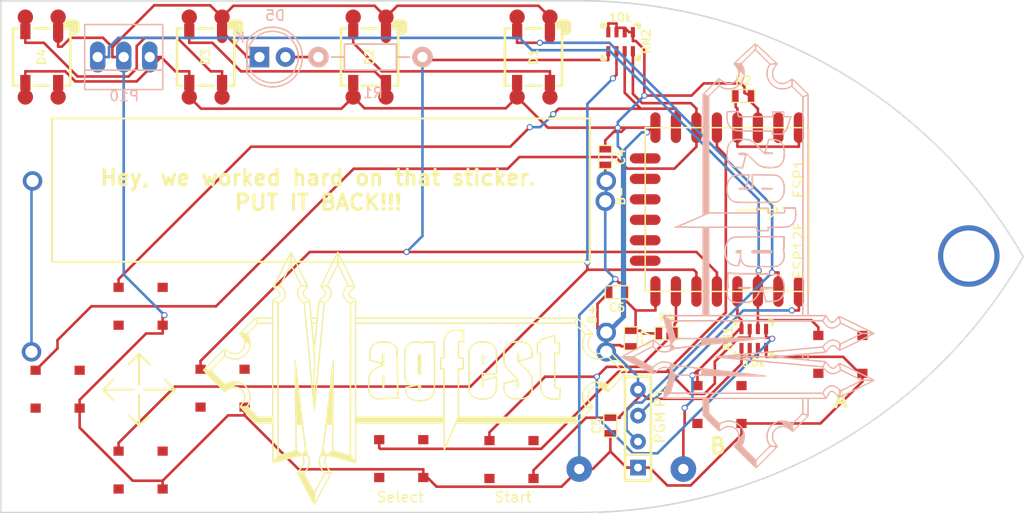
<source format=kicad_pcb>
(kicad_pcb (version 20171130) (host pcbnew "(5.1.12)-1")
  (layers (0 F.Cu signal) (31 B.Cu signal) (34 B.Paste user hide) (35 F.Paste user hide) (36 B.SilkS user) (37 F.SilkS user) (38 B.Mask user hide) (39 F.Mask user hide) (44 Edge.Cuts user))
  (net 0 "")
  (net 1 GND)
  (net 2 +3V3)
  (net 3 "Net-(D1-Pad2)")
  (net 4 URX)
  (net 5 "Net-(D2-Pad2)")
  (net 6 "Net-(D3-Pad2)")
  (net 7 "Net-(D4-Pad2)")
  (net 8 UTX)
  (net 9 RESET)
  (net 10 GP5)
  (net 11 GP4)
  (net 12 GP0)
  (net 13 GP2)
  (net 14 GP13)
  (net 15 GP12)
  (net 16 GP14)
  (net 17 GP15)
  (net 18 V15)
  (net 19 TOUT)
  (net 20 "Net-(ESP1-Pad9)")
  (net 21 "Net-(ESP1-Pad10)")
  (net 22 "Net-(ESP1-Pad11)")
  (net 23 "Net-(ESP1-Pad12)")
  (net 24 "Net-(ESP1-Pad13)")
  (net 25 "Net-(ESP1-Pad14)")
  (net 26 "Net-(P6-Pad1)")
  (net 27 "Net-(SW1-Pad2)")
  (net 28 "Net-(SW1-Pad3)")
  (net 29 "Net-(SW2-Pad2)")
  (net 30 "Net-(SW2-Pad3)")
  (net 31 "Net-(SW3-Pad2)")
  (net 32 "Net-(SW3-Pad3)")
  (net 33 "Net-(SW4-Pad2)")
  (net 34 "Net-(SW4-Pad3)")
  (net 35 "Net-(SW5-Pad2)")
  (net 36 "Net-(SW5-Pad3)")
  (net 37 "Net-(SW6-Pad2)")
  (net 38 "Net-(SW6-Pad3)")
  (net 39 "Net-(SW7-Pad2)")
  (net 40 "Net-(SW7-Pad3)")
  (net 41 "Net-(SW8-Pad2)")
  (net 42 "Net-(SW8-Pad3)")
  (net 43 "Net-(D5-Pad2)")
  (module ESP12E (layer F.Cu) (at 174.9 61.9 270)
    (fp_text reference ESP1 (at -3 -3 270) (layer F.SilkS))
    (fp_text value ESP12E (at 4 -3 270) (layer F.SilkS))
    (pad 1 smd oval (at -8 -3 270) (size 3 1) (layers F.Cu F.Paste F.Mask) (net 9 RESET))
    (pad 2 smd oval (at -8 -1 270) (size 3 1) (layers F.Cu F.Paste F.Mask) (net 19 TOUT))
    (pad 3 smd oval (at -8 1 270) (size 3 1) (layers F.Cu F.Paste F.Mask) (net 2 +3V3))
    (pad 4 smd oval (at -8 3 270) (size 3 1) (layers F.Cu F.Paste F.Mask) (net 9 RESET))
    (pad 5 smd oval (at -8 5 270) (size 3 1) (layers F.Cu F.Paste F.Mask) (net 16 GP14))
    (pad 6 smd oval (at -8 7 270) (size 3 1) (layers F.Cu F.Paste F.Mask) (net 15 GP12))
    (pad 7 smd oval (at -8 9 270) (size 3 1) (layers F.Cu F.Paste F.Mask) (net 14 GP13))
    (pad 8 smd oval (at -8 11 270) (size 3 1) (layers F.Cu F.Paste F.Mask) (net 2 +3V3))
    (pad 9 smd oval (at -5 12) (size 3 1) (layers F.Cu F.Paste F.Mask) (net 20 "Net-(ESP1-Pad9)"))
    (pad 10 smd oval (at -3 12) (size 3 1) (layers F.Cu F.Paste F.Mask) (net 21 "Net-(ESP1-Pad10)"))
    (pad 11 smd oval (at -1 12) (size 3 1) (layers F.Cu F.Paste F.Mask) (net 22 "Net-(ESP1-Pad11)"))
    (pad 12 smd oval (at 1 12) (size 3 1) (layers F.Cu F.Paste F.Mask) (net 23 "Net-(ESP1-Pad12)"))
    (pad 13 smd oval (at 3 12) (size 3 1) (layers F.Cu F.Paste F.Mask) (net 24 "Net-(ESP1-Pad13)"))
    (pad 14 smd oval (at 5 12) (size 3 1) (layers F.Cu F.Paste F.Mask) (net 25 "Net-(ESP1-Pad14)"))
    (pad 15 smd oval (at 8 11 90) (size 3 1) (layers F.Cu F.Paste F.Mask) (net 1 GND))
    (pad 16 smd oval (at 8 9 90) (size 3 1) (layers F.Cu F.Paste F.Mask) (net 17 GP15))
    (pad 17 smd oval (at 8 7 90) (size 3 1) (layers F.Cu F.Paste F.Mask) (net 13 GP2))
    (pad 18 smd oval (at 8 5 90) (size 3 1) (layers F.Cu F.Paste F.Mask) (net 12 GP0))
    (pad 19 smd oval (at 8 3 90) (size 3 1) (layers F.Cu F.Paste F.Mask) (net 11 GP4))
    (pad 20 smd oval (at 8 1 90) (size 3 1) (layers F.Cu F.Paste F.Mask) (net 10 GP5))
    (pad 21 smd oval (at 8 -1 90) (size 3 1) (layers F.Cu F.Paste F.Mask) (net 4 URX))
    (pad 22 smd oval (at 8 -3 90) (size 3 1) (layers F.Cu F.Paste F.Mask) (net 8 UTX))
  )
  (module WS2812BQ (layer F.Cu) (at 152 47 90)
    (fp_text reference D1 (at 0 0 90) (layer F.SilkS) (effects (font (size 0.8128 0.8128) (thickness 0.1651))))
    (fp_text value WS2812B hide)
    (pad 1 smd rect (at -2.49936 -1.6 90) (size 1.50114 1.00076) (layers F.Cu F.Paste F.Mask) (net 2 +3V3))
    (pad 2 smd rect (at -2.49936 1.6 90) (size 1.50114 1.00076) (layers F.Cu F.Paste F.Mask) (net 3 "Net-(D1-Pad2)"))
    (pad 3 smd oval (at 2.49936 1.6 90) (size 2.26314 1.00076) (layers F.Cu F.Paste F.Mask) (net 1 GND))
    (pad 4 smd rect (at 2.49936 -1.6 90) (size 1.50114 1.00076) (layers F.Cu F.Paste F.Mask) (net 4 URX))
    (pad 1 smd circle (at -3.9 -1.6 90) (size 1.5 1.5) (layers F.Cu F.Paste F.Mask) (net 2 +3V3))
    (pad 2 smd circle (at -3.9 1.6 90) (size 1.5 1.5) (layers F.Cu F.Paste F.Mask) (net 3 "Net-(D1-Pad2)"))
    (pad 3 smd circle (at 3.9 1.6 90) (size 1.5 1.5) (layers F.Cu F.Paste F.Mask) (net 1 GND))
    (pad 4 smd circle (at 3.9 -1.6 90) (size 1.5 1.5) (layers F.Cu F.Paste F.Mask) (net 4 URX))
  )
  (module SM0603 (layer F.Cu) (at 159.004 56.769 270)
    (fp_text reference C4 (at 0 -1.524 270) (layer F.SilkS) (effects (font (size 0.8128 0.8128) (thickness 0.1651))))
    (fp_text value 10u hide)
    (pad 1 smd rect (at -0.762 0 270) (size 0.635 1.143) (layers F.Cu F.Paste F.Mask) (net 2 +3V3))
    (pad 2 smd rect (at 0.762 0 270) (size 0.635 1.143) (layers F.Cu F.Paste F.Mask) (net 1 GND))
  )
  (module SM0603 (layer F.Cu) (at 159.5 83 270)
    (fp_text reference C5 (at 0.03 1.34 270) (layer F.SilkS) (effects (font (size 0.8128 0.8128) (thickness 0.1651))))
    (fp_text value 10u hide)
    (pad 1 smd rect (at -0.762 0 270) (size 0.635 1.143) (layers F.Cu F.Paste F.Mask) (net 2 +3V3))
    (pad 2 smd rect (at 0.762 0 270) (size 0.635 1.143) (layers F.Cu F.Paste F.Mask) (net 1 GND))
  )
  (module NETWORK1206 (layer F.Cu) (at 173.5 74.5 180)
    (fp_text reference RN1 (at 2.5 0 270) (layer F.SilkS) (effects (font (size 0.8128 0.8128) (thickness 0.1651))))
    (fp_text value 10k (at -0.033 -2.356 180) (layer F.SilkS) (effects (font (size 0.8128 0.8128) (thickness 0.1651))))
    (pad 1 smd rect (at -1.2 0.93 180) (size 0.4 1) (layers F.Cu F.Paste F.Mask) (net 17 GP15))
    (pad 2 smd rect (at -0.4 0.93 180) (size 0.4 1) (layers F.Cu F.Paste F.Mask) (net 10 GP5))
    (pad 3 smd rect (at 0.4 0.93 180) (size 0.4 1) (layers F.Cu F.Paste F.Mask) (net 16 GP14))
    (pad 4 smd rect (at 1.2 0.93 180) (size 0.4 1) (layers F.Cu F.Paste F.Mask) (net 11 GP4))
    (pad 5 smd rect (at 1.2 -0.93 180) (size 0.4 1) (layers F.Cu F.Paste F.Mask) (net 2 +3V3))
    (pad 6 smd rect (at 0.4 -0.93 180) (size 0.4 1) (layers F.Cu F.Paste F.Mask) (net 2 +3V3))
    (pad 7 smd rect (at -0.4 -0.93 180) (size 0.4 1) (layers F.Cu F.Paste F.Mask) (net 2 +3V3))
    (pad 8 smd rect (at -1.2 -0.93 180) (size 0.4 1) (layers F.Cu F.Paste F.Mask) (net 1 GND))
  )
  (module NETWORK1206 (layer F.Cu) (at 160.5 45.5)
    (fp_text reference RN2 (at 2.5 0 90) (layer F.SilkS) (effects (font (size 0.8128 0.8128) (thickness 0.1651))))
    (fp_text value 10k (at -0.033 -2.356) (layer F.SilkS) (effects (font (size 0.8128 0.8128) (thickness 0.1651))))
    (pad 1 smd rect (at -1.2 0.93) (size 0.4 1) (layers F.Cu F.Paste F.Mask) (net 12 GP0))
    (pad 2 smd rect (at -0.4 0.93) (size 0.4 1) (layers F.Cu F.Paste F.Mask) (net 13 GP2))
    (pad 3 smd rect (at 0.4 0.93) (size 0.4 1) (layers F.Cu F.Paste F.Mask) (net 14 GP13))
    (pad 4 smd rect (at 1.2 0.93) (size 0.4 1) (layers F.Cu F.Paste F.Mask) (net 15 GP12))
    (pad 5 smd rect (at 1.2 -0.93) (size 0.4 1) (layers F.Cu F.Paste F.Mask) (net 2 +3V3))
    (pad 6 smd rect (at 0.4 -0.93) (size 0.4 1) (layers F.Cu F.Paste F.Mask) (net 2 +3V3))
    (pad 7 smd rect (at -0.4 -0.93) (size 0.4 1) (layers F.Cu F.Paste F.Mask) (net 2 +3V3))
    (pad 8 smd rect (at -1.2 -0.93) (size 0.4 1) (layers F.Cu F.Paste F.Mask) (net 2 +3V3))
  )
  (module SM0603 (layer F.Cu) (at 172.466 50.8)
    (fp_text reference R2 (at 0 -1.5 180) (layer F.SilkS) (effects (font (size 0.8128 0.8128) (thickness 0.1651))))
    (fp_text value 12k hide)
    (pad 1 smd rect (at -0.762 0) (size 0.635 1.143) (layers F.Cu F.Paste F.Mask) (net 9 RESET))
    (pad 2 smd rect (at 0.762 0) (size 0.635 1.143) (layers F.Cu F.Paste F.Mask) (net 2 +3V3))
  )
  (module SM0603 (layer F.Cu) (at 160.147 69.977)
    (fp_text reference C6 (at 0 1.5 180) (layer F.SilkS) (effects (font (size 0.8128 0.8128) (thickness 0.1651))))
    (fp_text value .1u hide)
    (pad 1 smd rect (at -0.762 0) (size 0.635 1.143) (layers F.Cu F.Paste F.Mask) (net 2 +3V3))
    (pad 2 smd rect (at 0.762 0) (size 0.635 1.143) (layers F.Cu F.Paste F.Mask) (net 1 GND))
  )
  (module SM0603 (layer F.Cu) (at 161.5 74.5 90)
    (fp_text reference C7 (at 0 1.5 90) (layer F.SilkS) (effects (font (size 0.8128 0.8128) (thickness 0.1651))))
    (fp_text value .1u hide)
    (pad 1 smd rect (at -0.762 0 90) (size 0.635 1.143) (layers F.Cu F.Paste F.Mask) (net 2 +3V3))
    (pad 2 smd rect (at 0.762 0 90) (size 0.635 1.143) (layers F.Cu F.Paste F.Mask) (net 1 GND))
  )
  (module SM0603 (layer F.Cu) (at 165 74 180)
    (fp_text reference R4 (at 0 1.5 180) (layer F.SilkS) (effects (font (size 0.8128 0.8128) (thickness 0.1651))))
    (fp_text value 12k hide)
    (pad 1 smd rect (at -0.762 0 180) (size 0.635 1.143) (layers F.Cu F.Paste F.Mask) (net 17 GP15))
    (pad 2 smd rect (at 0.762 0 180) (size 0.635 1.143) (layers F.Cu F.Paste F.Mask) (net 1 GND))
  )
  (module SMTPIN (layer F.Cu) (at 159.1 74.9)
    (fp_text reference P3 hide)
    (fp_text value B+ (at -1.366 -2.764 90) (layer F.SilkS) (effects (font (size 0.8128 0.8128) (thickness 0.1651))))
    (pad 1 thru_hole circle (at 0 0.9) (size 1.9 1.9) (drill 1.2) (layers *.Cu *.Mask) (net 2 +3V3))
  )
  (module SMTPIN (layer F.Cu) (at 159.1 59.9)
    (fp_text reference P4 hide)
    (fp_text value B- (at 1.428 0.679 90) (layer F.SilkS) (effects (font (size 0.8128 0.8128) (thickness 0.1651))))
    (pad 1 thru_hole circle (at 0 -0.8) (size 1.9 1.9) (drill 1.2) (layers *.Cu *.Mask) (net 1 GND))
  )
  (module SMTPIN (layer F.Cu) (at 159.1 73.9)
    (fp_text reference P5 hide)
    (fp_text value B+ hide)
    (pad 1 thru_hole circle (at 0 0) (size 1.9 1.9) (drill 1.2) (layers *.Cu *.Mask) (net 2 +3V3))
  )
  (module SMTPIN (layer F.Cu) (at 194.49 66.44)
    (fp_text reference P6 (at 0 1.27) (layer F.SilkS) (effects (font (size 0.8128 0.8128) (thickness 0.1651))))
    (fp_text value HOLE_LANYARD)
    (pad 1 thru_hole circle (at 0 0) (size 6 6) (drill 5) (layers *.Cu *.Mask) (net 26 "Net-(P6-Pad1)"))
  )
  (module SMTPIN (layer F.Cu) (at 159.004 61.087)
    (fp_text reference P7 hide)
    (fp_text value B-)
    (pad 1 thru_hole circle (at 0 0) (size 1.9 1.9) (drill 1.2) (layers *.Cu *.Mask) (net 1 GND))
  )
  (module SMTPIN (layer F.Cu) (at 103 75)
    (fp_text reference P8)
    (fp_text value 1.5)
    (pad 1 thru_hole circle (at 0 0.8) (size 1.9 1.9) (drill 1.2) (layers *.Cu *.Mask) (net 18 V15))
  )
  (module SMTPIN (layer F.Cu) (at 103.1 59.9)
    (fp_text reference P9)
    (fp_text value 1.5)
    (pad 1 thru_hole circle (at 0 -0.8) (size 1.9 1.9) (drill 1.2) (layers *.Cu *.Mask) (net 18 V15))
  )
  (module WS2812BQ (layer F.Cu) (at 136 47 90)
    (fp_text reference D2 (at 0 0 90) (layer F.SilkS) (effects (font (size 0.8128 0.8128) (thickness 0.1651))))
    (fp_text value WS2812B hide)
    (pad 1 smd rect (at -2.49936 -1.6 90) (size 1.50114 1.00076) (layers F.Cu F.Paste F.Mask) (net 2 +3V3))
    (pad 2 smd rect (at -2.49936 1.6 90) (size 1.50114 1.00076) (layers F.Cu F.Paste F.Mask) (net 5 "Net-(D2-Pad2)"))
    (pad 3 smd oval (at 2.49936 1.6 90) (size 2.26314 1.00076) (layers F.Cu F.Paste F.Mask) (net 1 GND))
    (pad 4 smd rect (at 2.49936 -1.6 90) (size 1.50114 1.00076) (layers F.Cu F.Paste F.Mask) (net 3 "Net-(D1-Pad2)"))
    (pad 1 smd circle (at -3.9 -1.6 90) (size 1.5 1.5) (layers F.Cu F.Paste F.Mask) (net 2 +3V3))
    (pad 2 smd circle (at -3.9 1.6 90) (size 1.5 1.5) (layers F.Cu F.Paste F.Mask) (net 5 "Net-(D2-Pad2)"))
    (pad 3 smd circle (at 3.9 1.6 90) (size 1.5 1.5) (layers F.Cu F.Paste F.Mask) (net 1 GND))
    (pad 4 smd circle (at 3.9 -1.6 90) (size 1.5 1.5) (layers F.Cu F.Paste F.Mask) (net 3 "Net-(D1-Pad2)"))
  )
  (module WS2812BQ (layer F.Cu) (at 120 47 90)
    (fp_text reference D3 (at 0 0 90) (layer F.SilkS) (effects (font (size 0.8128 0.8128) (thickness 0.1651))))
    (fp_text value WS2812B hide)
    (pad 1 smd rect (at -2.49936 -1.6 90) (size 1.50114 1.00076) (layers F.Cu F.Paste F.Mask) (net 2 +3V3))
    (pad 2 smd rect (at -2.49936 1.6 90) (size 1.50114 1.00076) (layers F.Cu F.Paste F.Mask) (net 6 "Net-(D3-Pad2)"))
    (pad 3 smd oval (at 2.49936 1.6 90) (size 2.26314 1.00076) (layers F.Cu F.Paste F.Mask) (net 1 GND))
    (pad 4 smd rect (at 2.49936 -1.6 90) (size 1.50114 1.00076) (layers F.Cu F.Paste F.Mask) (net 5 "Net-(D2-Pad2)"))
    (pad 1 smd circle (at -3.9 -1.6 90) (size 1.5 1.5) (layers F.Cu F.Paste F.Mask) (net 2 +3V3))
    (pad 2 smd circle (at -3.9 1.6 90) (size 1.5 1.5) (layers F.Cu F.Paste F.Mask) (net 6 "Net-(D3-Pad2)"))
    (pad 3 smd circle (at 3.9 1.6 90) (size 1.5 1.5) (layers F.Cu F.Paste F.Mask) (net 1 GND))
    (pad 4 smd circle (at 3.9 -1.6 90) (size 1.5 1.5) (layers F.Cu F.Paste F.Mask) (net 5 "Net-(D2-Pad2)"))
  )
  (module WS2812BQ (layer F.Cu) (at 104 47 90)
    (fp_text reference D4 (at 0 0 90) (layer F.SilkS) (effects (font (size 0.8128 0.8128) (thickness 0.1651))))
    (fp_text value WS2812B hide)
    (pad 1 smd rect (at -2.49936 -1.6 90) (size 1.50114 1.00076) (layers F.Cu F.Paste F.Mask) (net 2 +3V3))
    (pad 2 smd rect (at -2.49936 1.6 90) (size 1.50114 1.00076) (layers F.Cu F.Paste F.Mask) (net 7 "Net-(D4-Pad2)"))
    (pad 3 smd oval (at 2.49936 1.6 90) (size 2.26314 1.00076) (layers F.Cu F.Paste F.Mask) (net 1 GND))
    (pad 4 smd rect (at 2.49936 -1.6 90) (size 1.50114 1.00076) (layers F.Cu F.Paste F.Mask) (net 6 "Net-(D3-Pad2)"))
    (pad 1 smd circle (at -3.9 -1.6 90) (size 1.5 1.5) (layers F.Cu F.Paste F.Mask) (net 2 +3V3))
    (pad 2 smd circle (at -3.9 1.6 90) (size 1.5 1.5) (layers F.Cu F.Paste F.Mask) (net 7 "Net-(D4-Pad2)"))
    (pad 3 smd circle (at 3.9 1.6 90) (size 1.5 1.5) (layers F.Cu F.Paste F.Mask) (net 1 GND))
    (pad 4 smd circle (at 3.9 -1.6 90) (size 1.5 1.5) (layers F.Cu F.Paste F.Mask) (net 6 "Net-(D3-Pad2)"))
  )
  (module RECT_4x1 (layer F.Cu) (at 162.2 83.3 90)
    (fp_text reference P1 (at 3.048 2.159 90) (layer F.SilkS))
    (fp_text value PGM (at 0.115 2.138 90) (layer F.SilkS))
    (pad 1 thru_hole rect (at -3.81 0 90) (size 1.524 1.524) (drill 0.762) (layers *.Cu *.Mask) (net 1 GND))
    (pad 2 thru_hole circle (at -1.27 0 90) (size 1.524 1.524) (drill 0.762) (layers *.Cu *.Mask) (net 4 URX))
    (pad 3 thru_hole circle (at 1.27 0 90) (size 1.524 1.524) (drill 0.762) (layers *.Cu *.Mask) (net 8 UTX))
    (pad 4 thru_hole circle (at 3.81 0 90) (size 1.524 1.524) (drill 0.762) (layers *.Cu *.Mask) (net 2 +3V3))
  )
  (module kicad:outline (layer B.Cu) (at 172.3 66.4 90)
    (fp_text reference G1 hide)
    (fp_text value LOGO hide)
  )
  (module kicad:TACTILE (layer F.Cu) (at 113.6 71.4)
    (fp_text reference SW6)
    (fp_text value TACTILE)
    (pad 1 smd rect (at -2.1 -1.9) (size 1 0.9) (layers F.Cu F.Paste F.Mask) (net 14 GP13))
    (pad 2 smd rect (at 2.2 -1.9) (size 1 0.9) (layers F.Cu F.Paste F.Mask) (net 37 "Net-(SW6-Pad2)"))
    (pad 3 smd rect (at -2.1 1.8) (size 1 0.9) (layers F.Cu F.Paste F.Mask) (net 38 "Net-(SW6-Pad3)"))
    (pad 4 smd rect (at 2.2 1.8) (size 1 0.9) (layers F.Cu F.Paste F.Mask) (net 1 GND))
  )
  (module kicad:TACTILE (layer F.Cu) (at 181.9 76.1)
    (fp_text reference SW1)
    (fp_text value TACTILE)
    (pad 1 smd rect (at -2.1 -1.9) (size 1 0.9) (layers F.Cu F.Paste F.Mask) (net 10 GP5))
    (pad 2 smd rect (at 2.2 -1.9) (size 1 0.9) (layers F.Cu F.Paste F.Mask) (net 27 "Net-(SW1-Pad2)"))
    (pad 3 smd rect (at -2.1 1.8) (size 1 0.9) (layers F.Cu F.Paste F.Mask) (net 28 "Net-(SW1-Pad3)"))
    (pad 4 smd rect (at 2.2 1.8) (size 1 0.9) (layers F.Cu F.Paste F.Mask) (net 1 GND))
  )
  (module kicad:TACTILE (layer F.Cu) (at 170.1 81)
    (fp_text reference SW3)
    (fp_text value TACTILE)
    (pad 1 smd rect (at -2.1 -1.9) (size 1 0.9) (layers F.Cu F.Paste F.Mask) (net 11 GP4))
    (pad 2 smd rect (at 2.2 -1.9) (size 1 0.9) (layers F.Cu F.Paste F.Mask) (net 31 "Net-(SW3-Pad2)"))
    (pad 3 smd rect (at -2.1 1.8) (size 1 0.9) (layers F.Cu F.Paste F.Mask) (net 32 "Net-(SW3-Pad3)"))
    (pad 4 smd rect (at 2.2 1.8) (size 1 0.9) (layers F.Cu F.Paste F.Mask) (net 1 GND))
  )
  (module kicad:TACTILE (layer F.Cu) (at 149.8 86.37)
    (fp_text reference SW5)
    (fp_text value TACTILE)
    (pad 1 smd rect (at -2.1 -1.9) (size 1 0.9) (layers F.Cu F.Paste F.Mask) (net 17 GP15))
    (pad 2 smd rect (at 2.2 -1.9) (size 1 0.9) (layers F.Cu F.Paste F.Mask) (net 35 "Net-(SW5-Pad2)"))
    (pad 3 smd rect (at -2.1 1.8) (size 1 0.9) (layers F.Cu F.Paste F.Mask) (net 36 "Net-(SW5-Pad3)"))
    (pad 4 smd rect (at 2.2 1.8) (size 1 0.9) (layers F.Cu F.Paste F.Mask) (net 2 +3V3))
  )
  (module kicad:TACTILE (layer F.Cu) (at 139.04 86.28)
    (fp_text reference SW7)
    (fp_text value TACTILE)
    (pad 1 smd rect (at -2.1 -1.9) (size 1 0.9) (layers F.Cu F.Paste F.Mask) (net 16 GP14))
    (pad 2 smd rect (at 2.2 -1.9) (size 1 0.9) (layers F.Cu F.Paste F.Mask) (net 39 "Net-(SW7-Pad2)"))
    (pad 3 smd rect (at -2.1 1.8) (size 1 0.9) (layers F.Cu F.Paste F.Mask) (net 40 "Net-(SW7-Pad3)"))
    (pad 4 smd rect (at 2.2 1.8) (size 1 0.9) (layers F.Cu F.Paste F.Mask) (net 1 GND))
  )
  (module kicad:TACTILE (layer F.Cu) (at 113.6 87.4)
    (fp_text reference SW4)
    (fp_text value TACTILE)
    (pad 1 smd rect (at -2.1 -1.9) (size 1 0.9) (layers F.Cu F.Paste F.Mask) (net 13 GP2))
    (pad 2 smd rect (at 2.2 -1.9) (size 1 0.9) (layers F.Cu F.Paste F.Mask) (net 33 "Net-(SW4-Pad2)"))
    (pad 3 smd rect (at -2.1 1.8) (size 1 0.9) (layers F.Cu F.Paste F.Mask) (net 34 "Net-(SW4-Pad3)"))
    (pad 4 smd rect (at 2.2 1.8) (size 1 0.9) (layers F.Cu F.Paste F.Mask) (net 1 GND))
  )
  (module kicad:TACTILE (layer F.Cu) (at 105.5 79.5)
    (fp_text reference SW8)
    (fp_text value TACTILE)
    (pad 1 smd rect (at -2.1 -1.9) (size 1 0.9) (layers F.Cu F.Paste F.Mask) (net 15 GP12))
    (pad 2 smd rect (at 2.2 -1.9) (size 1 0.9) (layers F.Cu F.Paste F.Mask) (net 41 "Net-(SW8-Pad2)"))
    (pad 3 smd rect (at -2.1 1.8) (size 1 0.9) (layers F.Cu F.Paste F.Mask) (net 42 "Net-(SW8-Pad3)"))
    (pad 4 smd rect (at 2.2 1.8) (size 1 0.9) (layers F.Cu F.Paste F.Mask) (net 1 GND))
  )
  (module kicad:TACTILE (layer F.Cu) (at 121.6 79.4)
    (fp_text reference SW2)
    (fp_text value TACTILE)
    (pad 1 smd rect (at -2.1 -1.9) (size 1 0.9) (layers F.Cu F.Paste F.Mask) (net 12 GP0))
    (pad 2 smd rect (at 2.2 -1.9) (size 1 0.9) (layers F.Cu F.Paste F.Mask) (net 29 "Net-(SW2-Pad2)"))
    (pad 3 smd rect (at -2.1 1.8) (size 1 0.9) (layers F.Cu F.Paste F.Mask) (net 30 "Net-(SW2-Pad3)"))
    (pad 4 smd rect (at 2.2 1.8) (size 1 0.9) (layers F.Cu F.Paste F.Mask) (net 1 GND))
  )
  (module kicad:outline (layer F.Cu) (at 140.5 79)
    (fp_text reference G*** hide)
    (fp_text value LOGO hide)
  )
  (module Connect:PINHEAD1-3 (layer B.Cu) (at 112 47)
    (fp_text reference P10 (at 0.05 3.8) (layer B.SilkS) (effects (justify mirror)))
    (fp_text value CONN_01X03)
    (pad 1 thru_hole oval (at -2.54 0) (size 1.50622 3.01498) (drill 0.99822) (layers *.Cu *.Mask) (net 10 GP5))
    (pad 2 thru_hole oval (at 0 0) (size 1.50622 3.01498) (drill 0.99822) (layers *.Cu *.Mask) (net 1 GND))
    (pad 3 thru_hole oval (at 2.54 0) (size 1.50622 3.01498) (drill 0.99822) (layers *.Cu *.Mask) (net 2 +3V3))
  )
  (module Resistors_ThroughHole:Resistor_Horizontal_RM10mm (layer B.Cu) (at 131 47)
    (fp_text reference R1 (at 5.32892 3.50012) (layer B.SilkS) (effects (justify mirror)))
    (fp_text value R)
    (pad 1 thru_hole circle (at 0 0) (size 1.99898 1.99898) (drill 1.00076) (layers *.Cu *.SilkS *.Mask) (net 43 "Net-(D5-Pad2)"))
    (pad 2 thru_hole circle (at 10.16 0) (size 1.99898 1.99898) (drill 1.00076) (layers *.Cu *.SilkS *.Mask) (net 12 GP0))
  )
  (module kicad:BUZZER (layer B.Cu) (at 161.544 87.249 180)
    (fp_text reference SP1)
    (fp_text value SPEAKER)
    (pad 2 thru_hole circle (at 5.08 0 180) (size 2.49936 2.49936) (drill 1.00076) (layers *.Cu *.Mask) (net 1 GND))
    (pad 1 thru_hole circle (at -5.08 0 180) (size 2.49936 2.49936) (drill 1.00076) (layers *.Cu *.Mask) (net 11 GP4))
  )
  (module LEDs:LED-5MM (layer B.Cu) (at 125.25 47)
    (fp_text reference D5 (at 1.524 -4.064) (layer B.SilkS) (effects (justify mirror)))
    (fp_text value LED)
    (fp_text user K (at -1.905 -1.905) (layer B.SilkS) (effects (justify mirror)))
    (pad 1 thru_hole rect (at 0 0 270) (size 2 1.9) (drill 1.00076) (layers *.Cu *.Mask) (net 1 GND))
    (pad 2 thru_hole circle (at 2.54 0) (size 1.9 1.9) (drill 1.00076) (layers *.Cu *.Mask) (net 43 "Net-(D5-Pad2)"))
  )
  (gr_text A (at 182 80.5) (layer F.SilkS) (effects (font (size 1.5 1.5) (thickness 0.3))))
  (gr_text B (at 170 85) (layer F.SilkS) (effects (font (size 1.5 1.5) (thickness 0.3))))
  (gr_text Select (at 139 90) (layer F.SilkS) (effects (font (size 1 1))))
  (gr_text Start (at 150 90) (layer F.SilkS) (effects (font (size 1 1))))
  (gr_text "Hey, we worked hard on that sticker.\nPUT IT BACK!!!" (at 131 60) (layer F.SilkS) (effects (font (size 1.5 1.5) (thickness 0.3))))
  (gr_line (start 110 79.5) (end 111 80.5) (angle 90) (layer F.SilkS) (width 0.2))
  (gr_line (start 110 79.5) (end 111 78.5) (angle 90) (layer F.SilkS) (width 0.2))
  (gr_line (start 113 79.5) (end 110 79.5) (angle 90) (layer F.SilkS) (width 0.2))
  (gr_line (start 117 79.5) (end 114 79.5) (angle 90) (layer F.SilkS) (width 0.2))
  (gr_line (start 113.5 83) (end 112.5 82) (angle 90) (layer F.SilkS) (width 0.2))
  (gr_line (start 113.5 83) (end 114.5 82) (angle 90) (layer F.SilkS) (width 0.2))
  (gr_line (start 113.5 80) (end 113.5 83) (angle 90) (layer F.SilkS) (width 0.2))
  (gr_line (start 117 79.5) (end 116 80.5) (angle 90) (layer F.SilkS) (width 0.2))
  (gr_line (start 117 79.5) (end 116 78.5) (angle 90) (layer F.SilkS) (width 0.2))
  (gr_line (start 113.5 79) (end 113.5 76) (angle 90) (layer F.SilkS) (width 0.2))
  (gr_line (start 113.5 76) (end 112.5 77) (angle 90) (layer F.SilkS) (width 0.2))
  (gr_line (start 113.5 76) (end 114.5 77) (angle 90) (layer F.SilkS) (width 0.2))
  (gr_line (start 113.5 76) (end 114.5 77) (angle 90) (layer F.SilkS) (width 0.2))
  (gr_line (start 113.5 76) (end 112.5 77) (angle 90) (layer F.SilkS) (width 0.2))
  (gr_line (start 113.5 79) (end 113.5 76) (angle 90) (layer F.SilkS) (width 0.2))
  (gr_line (start 157.5 53) (end 105 53) (angle 90) (layer F.SilkS) (width 0.2))
  (gr_line (start 157.5 67) (end 157.5 53) (angle 90) (layer F.SilkS) (width 0.2))
  (gr_line (start 105 67) (end 157.5 67) (angle 90) (layer F.SilkS) (width 0.2))
  (gr_line (start 105 53) (end 105 67) (angle 90) (layer F.SilkS) (width 0.2))
  (gr_line (start 100 41.5) (end 156.483855 41.502888) (angle 90) (layer Edge.Cuts) (width 0.15))
  (gr_line (start 156.5 91.5) (end 100 91.5) (angle 90) (layer Edge.Cuts) (width 0.15))
  (gr_line (start 100 91.5) (end 100 41.5) (angle 90) (layer Edge.Cuts) (width 0.15))
  (gr_arc (start 156.494428 91.515426) (end 199.80127 66.5) (angle -60) (layer Edge.Cuts) (width 0.15))
  (gr_arc (start 156.5 41.5) (end 156.5 91.5) (angle -60) (layer Edge.Cuts) (width 0.15))
  (segment (start 115.9733 72.2174) (end 115.8 72.3907) (width 0.254) (layer F.Cu) (net 1))
  (segment (start 115.8 72.3907) (end 115.8 73.2) (width 0.254) (layer F.Cu) (net 1))
  (segment (start 112 47) (end 112 68.2441) (width 0.254) (layer B.Cu) (net 1))
  (segment (start 112 68.2441) (end 115.9733 72.2174) (width 0.254) (layer B.Cu) (net 1))
  (segment (start 153.6 43.1) (end 153.6 44.5006) (width 0.254) (layer F.Cu) (net 1))
  (segment (start 137.6 43.1) (end 138.7122 41.9878) (width 0.254) (layer F.Cu) (net 1))
  (segment (start 138.7122 41.9878) (end 152.4878 41.9878) (width 0.254) (layer F.Cu) (net 1))
  (segment (start 152.4878 41.9878) (end 153.6 43.1) (width 0.254) (layer F.Cu) (net 1))
  (segment (start 121.6 43.1) (end 122.7135 41.9865) (width 0.254) (layer F.Cu) (net 1))
  (segment (start 122.7135 41.9865) (end 136.4865 41.9865) (width 0.254) (layer F.Cu) (net 1))
  (segment (start 136.4865 41.9865) (end 137.6 43.1) (width 0.254) (layer F.Cu) (net 1))
  (segment (start 137.6 43.1) (end 137.6 44.5006) (width 0.254) (layer F.Cu) (net 1))
  (segment (start 110.8912 46.0298) (end 114.9753 41.9457) (width 0.254) (layer F.Cu) (net 1))
  (segment (start 114.9753 41.9457) (end 120.4457 41.9457) (width 0.254) (layer F.Cu) (net 1))
  (segment (start 120.4457 41.9457) (end 121.6 43.1) (width 0.254) (layer F.Cu) (net 1))
  (segment (start 121.6 43.1) (end 121.6 44.5006) (width 0.254) (layer F.Cu) (net 1))
  (segment (start 110.8912 46.0298) (end 109.978 45.1166) (width 0.254) (layer F.Cu) (net 1))
  (segment (start 109.978 45.1166) (end 106.8258 45.1166) (width 0.254) (layer F.Cu) (net 1))
  (segment (start 106.8258 45.1166) (end 105.9545 45.9879) (width 0.254) (layer F.Cu) (net 1))
  (segment (start 105.9545 45.9879) (end 105.6 45.9879) (width 0.254) (layer F.Cu) (net 1))
  (segment (start 110.8912 47) (end 110.8912 46.0298) (width 0.254) (layer F.Cu) (net 1))
  (segment (start 105.6 43.1) (end 105.6 44.5006) (width 0.254) (layer F.Cu) (net 1))
  (segment (start 156.464 87.249) (end 156.464 72.2095) (width 0.254) (layer B.Cu) (net 1))
  (segment (start 156.464 72.2095) (end 159.9828 68.6907) (width 0.254) (layer B.Cu) (net 1))
  (segment (start 159.004 61.087) (end 159.004 67.7119) (width 0.254) (layer B.Cu) (net 1))
  (segment (start 159.004 67.7119) (end 159.9828 68.6907) (width 0.254) (layer B.Cu) (net 1))
  (segment (start 160.909 69.977) (end 160.909 69.0498) (width 0.254) (layer F.Cu) (net 1))
  (segment (start 159.9828 68.6907) (end 160.3419 69.0498) (width 0.254) (layer F.Cu) (net 1))
  (segment (start 160.3419 69.0498) (end 160.909 69.0498) (width 0.254) (layer F.Cu) (net 1))
  (segment (start 160.909 69.977) (end 160.909 70.9042) (width 0.254) (layer F.Cu) (net 1))
  (segment (start 161.9636 71.7557) (end 163.9 71.7557) (width 0.254) (layer F.Cu) (net 1))
  (segment (start 160.909 70.9042) (end 161.1121 70.9042) (width 0.254) (layer F.Cu) (net 1))
  (segment (start 161.1121 70.9042) (end 161.9636 71.7557) (width 0.254) (layer F.Cu) (net 1))
  (segment (start 161.9636 73.738) (end 161.9636 71.7557) (width 0.254) (layer F.Cu) (net 1))
  (segment (start 163.9 69.9) (end 163.9 71.7557) (width 0.254) (layer F.Cu) (net 1))
  (segment (start 161.9636 73.738) (end 162.4272 73.738) (width 0.254) (layer F.Cu) (net 1))
  (segment (start 161.5 73.738) (end 161.9636 73.738) (width 0.254) (layer F.Cu) (net 1))
  (segment (start 164.238 74) (end 162.6892 74) (width 0.254) (layer F.Cu) (net 1))
  (segment (start 162.6892 74) (end 162.4272 73.738) (width 0.254) (layer F.Cu) (net 1))
  (segment (start 172.3 82.8) (end 172.3 83.8929) (width 0.254) (layer F.Cu) (net 1))
  (segment (start 172.3 83.8929) (end 167.3367 88.8562) (width 0.254) (layer F.Cu) (net 1))
  (segment (start 167.3367 88.8562) (end 165.0639 88.8562) (width 0.254) (layer F.Cu) (net 1))
  (segment (start 165.0639 88.8562) (end 163.3177 87.11) (width 0.254) (layer F.Cu) (net 1))
  (segment (start 172.3 82.8) (end 180.0057 82.8) (width 0.254) (layer F.Cu) (net 1))
  (segment (start 180.0057 82.8) (end 184.1 78.7057) (width 0.254) (layer F.Cu) (net 1))
  (segment (start 162.2 87.11) (end 163.3177 87.11) (width 0.254) (layer F.Cu) (net 1))
  (segment (start 159.1 59.1) (end 159.004 59.004) (width 0.254) (layer F.Cu) (net 1))
  (segment (start 159.004 59.004) (end 159.004 57.531) (width 0.254) (layer F.Cu) (net 1))
  (segment (start 159.004 61.087) (end 159.1 60.991) (width 0.254) (layer B.Cu) (net 1))
  (segment (start 159.1 60.991) (end 159.1 59.1) (width 0.254) (layer B.Cu) (net 1))
  (segment (start 159.5 85.5277) (end 159.5 83.762) (width 0.254) (layer F.Cu) (net 1))
  (segment (start 161.203 87.11) (end 161.0823 87.11) (width 0.254) (layer F.Cu) (net 1))
  (segment (start 161.0823 87.11) (end 159.5 85.5277) (width 0.254) (layer F.Cu) (net 1))
  (segment (start 156.464 87.249) (end 157.7787 87.249) (width 0.254) (layer F.Cu) (net 1))
  (segment (start 157.7787 87.249) (end 159.5 85.5277) (width 0.254) (layer F.Cu) (net 1))
  (segment (start 162.2 87.11) (end 161.203 87.11) (width 0.254) (layer F.Cu) (net 1))
  (segment (start 107.7 81.3) (end 107.7 80.4943) (width 0.254) (layer F.Cu) (net 1))
  (segment (start 115.8 73.2) (end 115.8 74.0057) (width 0.254) (layer F.Cu) (net 1))
  (segment (start 115.8 74.0057) (end 114.1886 74.0057) (width 0.254) (layer F.Cu) (net 1))
  (segment (start 114.1886 74.0057) (end 107.7 80.4943) (width 0.254) (layer F.Cu) (net 1))
  (segment (start 174.7 75.43) (end 174.7 76.2857) (width 0.254) (layer F.Cu) (net 1))
  (segment (start 184.1 78.169) (end 182.2167 76.2857) (width 0.254) (layer F.Cu) (net 1))
  (segment (start 182.2167 76.2857) (end 174.7 76.2857) (width 0.254) (layer F.Cu) (net 1))
  (segment (start 184.1 78.169) (end 184.1 78.7057) (width 0.254) (layer F.Cu) (net 1))
  (segment (start 184.1 77.9) (end 184.1 78.169) (width 0.254) (layer F.Cu) (net 1))
  (segment (start 141.24 87.6771) (end 142.5387 88.9758) (width 0.254) (layer F.Cu) (net 1))
  (segment (start 142.5387 88.9758) (end 154.7372 88.9758) (width 0.254) (layer F.Cu) (net 1))
  (segment (start 154.7372 88.9758) (end 156.464 87.249) (width 0.254) (layer F.Cu) (net 1))
  (segment (start 141.24 87.6771) (end 141.24 87.2743) (width 0.254) (layer F.Cu) (net 1))
  (segment (start 141.24 88.08) (end 141.24 87.6771) (width 0.254) (layer F.Cu) (net 1))
  (segment (start 123.8 82.0057) (end 129.0686 87.2743) (width 0.254) (layer F.Cu) (net 1))
  (segment (start 129.0686 87.2743) (end 141.24 87.2743) (width 0.254) (layer F.Cu) (net 1))
  (segment (start 115.8 88.3943) (end 122.1886 82.0057) (width 0.254) (layer F.Cu) (net 1))
  (segment (start 122.1886 82.0057) (end 123.8 82.0057) (width 0.254) (layer F.Cu) (net 1))
  (segment (start 107.7 81.3) (end 107.7 83.2137) (width 0.254) (layer F.Cu) (net 1))
  (segment (start 107.7 83.2137) (end 112.8806 88.3943) (width 0.254) (layer F.Cu) (net 1))
  (segment (start 112.8806 88.3943) (end 115.8 88.3943) (width 0.254) (layer F.Cu) (net 1))
  (segment (start 115.8 89.2) (end 115.8 88.3943) (width 0.254) (layer F.Cu) (net 1))
  (segment (start 123.8 81.2) (end 123.8 82.0057) (width 0.254) (layer F.Cu) (net 1))
  (segment (start 105.6 44.5006) (end 105.6 45.9879) (width 0.254) (layer F.Cu) (net 1))
  (segment (start 112 47) (end 110.8912 47) (width 0.254) (layer F.Cu) (net 1))
  (segment (start 125.25 47) (end 123.9443 47) (width 0.254) (layer F.Cu) (net 1))
  (segment (start 123.9443 47) (end 123.9443 46.8449) (width 0.254) (layer F.Cu) (net 1))
  (segment (start 123.9443 46.8449) (end 121.6 44.5006) (width 0.254) (layer F.Cu) (net 1))
  (via (at 115.9733 72.2174) (size 0.6) (layers F.Cu B.Cu) (net 1))
  (via (at 159.9828 68.6907) (size 0.6) (layers F.Cu B.Cu) (net 1))
  (segment (start 159.75 75.15) (end 159.1 75.8) (width 0.254) (layer F.Cu) (net 2))
  (segment (start 161.5 75.262) (end 160.573 75.262) (width 0.254) (layer F.Cu) (net 2))
  (segment (start 160.573 75.262) (end 160.461 75.15) (width 0.254) (layer F.Cu) (net 2))
  (segment (start 160.461 75.15) (end 159.75 75.15) (width 0.254) (layer F.Cu) (net 2))
  (segment (start 159.75 75.15) (end 159.1 75.15) (width 0.254) (layer F.Cu) (net 2))
  (segment (start 160.4316 76.4816) (end 162.2 78.25) (width 0.254) (layer B.Cu) (net 2))
  (segment (start 162.2 78.25) (end 162.2 79.49) (width 0.254) (layer B.Cu) (net 2))
  (segment (start 160.4316 76.4816) (end 159.7816 76.4816) (width 0.254) (layer B.Cu) (net 2))
  (segment (start 159.7816 76.4816) (end 159.1 75.8) (width 0.254) (layer B.Cu) (net 2))
  (segment (start 159.1 73.9) (end 159.1 75.15) (width 0.254) (layer B.Cu) (net 2))
  (segment (start 159.1 75.15) (end 160.4316 76.4816) (width 0.254) (layer B.Cu) (net 2))
  (segment (start 160.1 44.142) (end 160.1 43.7141) (width 0.254) (layer F.Cu) (net 2))
  (segment (start 160.1 43.7141) (end 159.3 43.7141) (width 0.254) (layer F.Cu) (net 2))
  (segment (start 159.3 43.7141) (end 159.3 44.57) (width 0.254) (layer F.Cu) (net 2))
  (segment (start 160.1 44.57) (end 160.1 44.142) (width 0.254) (layer F.Cu) (net 2))
  (segment (start 156.464 82.9001) (end 156.453 82.9114) (width 0.254) (layer F.Cu) (net 2))
  (segment (start 152 88.17) (end 152 87.3641) (width 0.254) (layer F.Cu) (net 2))
  (segment (start 152 87.3641) (end 156.464 82.9001) (width 0.254) (layer F.Cu) (net 2))
  (segment (start 160.147 72.853) (end 159.1 73.9) (width 0.254) (layer B.Cu) (net 2))
  (segment (start 160.227 72.7728) (end 160.147 72.853) (width 0.254) (layer B.Cu) (net 2))
  (segment (start 160.984 53.9) (end 163.524 53.9) (width 0.254) (layer F.Cu) (net 2))
  (segment (start 160.227 53.9) (end 160.984 53.9) (width 0.254) (layer F.Cu) (net 2))
  (segment (start 159.837 54.3002) (end 160.227 53.9101) (width 0.254) (layer F.Cu) (net 2))
  (segment (start 159.004 56.007) (end 159.004 55.1333) (width 0.254) (layer F.Cu) (net 2))
  (segment (start 159.004 55.1333) (end 159.837 54.3002) (width 0.254) (layer F.Cu) (net 2))
  (segment (start 163.524 53.9) (end 163.9 53.9) (width 0.254) (layer F.Cu) (net 2))
  (segment (start 118.4 50.9) (end 119.544 52.0439) (width 0.254) (layer F.Cu) (net 2))
  (segment (start 119.544 52.0439) (end 133.256 52.0439) (width 0.254) (layer F.Cu) (net 2))
  (segment (start 133.256 52.0439) (end 134.4 50.9) (width 0.254) (layer F.Cu) (net 2))
  (segment (start 118.4 49.4994) (end 118.4 50.9) (width 0.254) (layer F.Cu) (net 2))
  (segment (start 115.649 47) (end 113.269 49.3801) (width 0.254) (layer F.Cu) (net 2))
  (segment (start 113.269 49.3801) (end 107.28 49.3801) (width 0.254) (layer F.Cu) (net 2))
  (segment (start 107.28 49.3801) (end 106.292 48.3929) (width 0.254) (layer F.Cu) (net 2))
  (segment (start 106.292 48.3929) (end 102.4 48.3929) (width 0.254) (layer F.Cu) (net 2))
  (segment (start 102.4 48.3929) (end 102.4 49.4994) (width 0.254) (layer F.Cu) (net 2))
  (segment (start 118.4 49.4994) (end 118.4 48.3929) (width 0.254) (layer F.Cu) (net 2))
  (segment (start 118.4 48.3929) (end 117.042 48.3929) (width 0.254) (layer F.Cu) (net 2))
  (segment (start 117.042 48.3929) (end 115.649 47) (width 0.254) (layer F.Cu) (net 2))
  (segment (start 162.618 79.9078) (end 163.099 80.3889) (width 0.254) (layer F.Cu) (net 2))
  (segment (start 163.099 80.3889) (end 168.88 80.3889) (width 0.254) (layer F.Cu) (net 2))
  (segment (start 168.88 80.3889) (end 172.3 76.9688) (width 0.254) (layer F.Cu) (net 2))
  (segment (start 172.3 76.9688) (end 172.3 76.2859) (width 0.254) (layer F.Cu) (net 2))
  (segment (start 162.2 79.49) (end 162.618 79.9078) (width 0.254) (layer F.Cu) (net 2))
  (segment (start 162.618 79.9078) (end 160.427 82.0982) (width 0.254) (layer F.Cu) (net 2))
  (segment (start 160.427 82.0982) (end 160.427 82.238) (width 0.254) (layer F.Cu) (net 2))
  (segment (start 160.427 82.238) (end 159.5 82.238) (width 0.254) (layer F.Cu) (net 2))
  (segment (start 162.817 50.762) (end 160.227 53.352) (width 0.254) (layer B.Cu) (net 2))
  (segment (start 160.227 53.352) (end 160.227 53.9101) (width 0.254) (layer B.Cu) (net 2))
  (segment (start 150.4 50.9) (end 153.4 53.9) (width 0.254) (layer F.Cu) (net 2))
  (segment (start 153.4 53.9) (end 160.227 53.9) (width 0.254) (layer F.Cu) (net 2))
  (segment (start 160.227 53.9) (end 160.227 53.9101) (width 0.254) (layer F.Cu) (net 2))
  (segment (start 134.4 50.9) (end 135.506 52.006) (width 0.254) (layer F.Cu) (net 2))
  (segment (start 135.506 52.006) (end 149.294 52.006) (width 0.254) (layer F.Cu) (net 2))
  (segment (start 149.294 52.006) (end 150.4 50.9) (width 0.254) (layer F.Cu) (net 2))
  (segment (start 114.54 47) (end 115.649 47) (width 0.254) (layer F.Cu) (net 2))
  (segment (start 102.4 49.4994) (end 102.4 50.9) (width 0.254) (layer F.Cu) (net 2))
  (segment (start 173.1 75.43) (end 173.1 76.2859) (width 0.254) (layer F.Cu) (net 2))
  (segment (start 172.3 75.43) (end 172.3 76.2859) (width 0.254) (layer F.Cu) (net 2))
  (segment (start 173.9 75.43) (end 173.9 76.2859) (width 0.254) (layer F.Cu) (net 2))
  (segment (start 173.9 76.2859) (end 173.1 76.2859) (width 0.254) (layer F.Cu) (net 2))
  (segment (start 161.7 44.57) (end 161.7 45.4259) (width 0.254) (layer F.Cu) (net 2))
  (segment (start 161.7 45.4259) (end 161.978 45.4259) (width 0.254) (layer F.Cu) (net 2))
  (segment (start 161.978 45.4259) (end 162.817 46.2651) (width 0.254) (layer F.Cu) (net 2))
  (segment (start 162.817 46.2651) (end 162.817 50.762) (width 0.254) (layer F.Cu) (net 2))
  (segment (start 162.817 50.762) (end 167.427 50.762) (width 0.254) (layer F.Cu) (net 2))
  (segment (start 167.427 50.762) (end 168.617 49.5725) (width 0.254) (layer F.Cu) (net 2))
  (segment (start 168.617 49.5725) (end 172.25 49.5725) (width 0.254) (layer F.Cu) (net 2))
  (segment (start 172.25 49.5725) (end 172.589 49.9108) (width 0.254) (layer F.Cu) (net 2))
  (segment (start 172.589 49.9108) (end 172.589 50.5) (width 0.254) (layer F.Cu) (net 2))
  (segment (start 172.589 50.5) (end 173.228 50.8) (width 0.254) (layer F.Cu) (net 2))
  (segment (start 172.3 76.2859) (end 173.1 76.2859) (width 0.254) (layer F.Cu) (net 2))
  (segment (start 160.9 44.142) (end 161.328 44.57) (width 0.254) (layer F.Cu) (net 2))
  (segment (start 161.328 44.57) (end 161.7 44.57) (width 0.254) (layer F.Cu) (net 2))
  (segment (start 150.4 50.9) (end 150.4 49.4994) (width 0.254) (layer F.Cu) (net 2))
  (segment (start 134.4 50.9) (end 134.4 49.4994) (width 0.254) (layer F.Cu) (net 2))
  (segment (start 173.9 53.9) (end 173.9 52.0441) (width 0.254) (layer F.Cu) (net 2))
  (segment (start 173.9 52.0441) (end 173.879 52.0441) (width 0.254) (layer F.Cu) (net 2))
  (segment (start 173.879 52.0441) (end 173.262 51.4274) (width 0.254) (layer F.Cu) (net 2))
  (segment (start 173.262 51.4274) (end 173.228 51.2637) (width 0.254) (layer F.Cu) (net 2))
  (segment (start 173.228 51.2637) (end 173.228 50.8) (width 0.254) (layer F.Cu) (net 2))
  (segment (start 160.9 44.57) (end 160.9 44.142) (width 0.254) (layer F.Cu) (net 2))
  (segment (start 160.1 44.142) (end 160.9 44.142) (width 0.254) (layer F.Cu) (net 2))
  (segment (start 160.227 53.9101) (end 160.227 55.7062) (width 0.254) (layer B.Cu) (net 2))
  (segment (start 160.227 55.7062) (end 160.655 56.134) (width 0.254) (layer B.Cu) (net 2))
  (segment (start 160.655 56.134) (end 160.655 72.39) (width 0.254) (layer B.Cu) (net 2))
  (segment (start 160.655 72.39) (end 160.147 72.898) (width 0.254) (layer B.Cu) (net 2))
  (segment (start 160.147 72.898) (end 160.147 72.853) (width 0.254) (layer B.Cu) (net 2))
  (segment (start 163.524 53.9) (end 163.9 53.9) (width 0.254) (layer F.Cu) (net 2))
  (segment (start 159.1 73.9) (end 159.399 73.9) (width 0.254) (layer B.Cu) (net 2))
  (segment (start 159.399 73.9) (end 160.909 72.39) (width 0.254) (layer B.Cu) (net 2))
  (segment (start 160.909 72.39) (end 160.909 56.007) (width 0.254) (layer B.Cu) (net 2))
  (segment (start 160.909 56.007) (end 162.56 54.356) (width 0.254) (layer B.Cu) (net 2))
  (segment (start 162.56 54.356) (end 163.068 54.356) (width 0.254) (layer B.Cu) (net 2))
  (segment (start 163.068 54.356) (end 163.524 53.9) (width 0.254) (layer F.Cu) (net 2))
  (segment (start 162.687 54.356) (end 163.068 54.356) (width 0.254) (layer F.Cu) (net 2))
  (segment (start 159.1 73.9) (end 158.609 73.9) (width 0.254) (layer F.Cu) (net 2))
  (segment (start 158.609 73.9) (end 158.242 73.533) (width 0.254) (layer F.Cu) (net 2))
  (segment (start 158.242 73.533) (end 158.242 71.12) (width 0.254) (layer F.Cu) (net 2))
  (segment (start 158.242 71.12) (end 159.385 69.977) (width 0.254) (layer F.Cu) (net 2))
  (segment (start 159.837 54.3002) (end 160.584 54.3002) (width 0.254) (layer F.Cu) (net 2))
  (segment (start 160.584 54.3002) (end 160.984 53.9) (width 0.254) (layer F.Cu) (net 2))
  (segment (start 156.464 82.9001) (end 157.126 82.238) (width 0.254) (layer F.Cu) (net 2))
  (segment (start 157.126 82.238) (end 159.5 82.238) (width 0.254) (layer F.Cu) (net 2))
  (via (at 160.227 53.9101) (size 0.6) (layers F.Cu B.Cu) (net 2))
  (via (at 162.817 50.762) (size 0.6) (layers F.Cu B.Cu) (net 2))
  (via (at 163.068 54.356) (size 0.6) (layers F.Cu B.Cu) (net 2))
  (segment (start 153.6 49.4994) (end 153.6 48.3929) (width 0.254) (layer F.Cu) (net 3))
  (segment (start 153.6 48.3929) (end 137.186 48.3929) (width 0.254) (layer F.Cu) (net 3))
  (segment (start 137.186 48.3929) (end 134.4 45.6071) (width 0.254) (layer F.Cu) (net 3))
  (segment (start 134.4 45.6071) (end 134.4 44.5006) (width 0.254) (layer F.Cu) (net 3))
  (segment (start 134.4 43.1) (end 134.4 44.5006) (width 0.254) (layer F.Cu) (net 3))
  (segment (start 153.6 50.9) (end 153.6 49.4994) (width 0.254) (layer F.Cu) (net 3))
  (segment (start 150.4 44.5006) (end 150.4 45.6071) (width 0.254) (layer F.Cu) (net 4))
  (segment (start 150.4 45.6071) (end 152.614 45.6071) (width 0.254) (layer F.Cu) (net 4))
  (segment (start 175.29 68.0441) (end 175.29 61.492) (width 0.254) (layer B.Cu) (net 4))
  (segment (start 175.29 61.492) (end 159.405 45.6071) (width 0.254) (layer B.Cu) (net 4))
  (segment (start 159.405 45.6071) (end 152.614 45.6071) (width 0.254) (layer B.Cu) (net 4))
  (segment (start 162.2 84.57) (end 161.075 83.4448) (width 0.254) (layer B.Cu) (net 4))
  (segment (start 161.075 83.4448) (end 161.075 81.5475) (width 0.254) (layer B.Cu) (net 4))
  (segment (start 161.075 81.5475) (end 161.862 80.76) (width 0.254) (layer B.Cu) (net 4))
  (segment (start 161.862 80.76) (end 162.574 80.76) (width 0.254) (layer B.Cu) (net 4))
  (segment (start 162.574 80.76) (end 175.29 68.0441) (width 0.254) (layer B.Cu) (net 4))
  (segment (start 150.4 44.5006) (end 150.4 43.1) (width 0.254) (layer F.Cu) (net 4))
  (segment (start 175.29 68.0441) (end 175.9 68.0441) (width 0.254) (layer F.Cu) (net 4))
  (segment (start 175.9 68.0441) (end 175.9 69.9) (width 0.254) (layer F.Cu) (net 4))
  (via (at 152.614 45.6071) (size 0.6) (layers F.Cu B.Cu) (net 4))
  (via (at 175.29 68.0441) (size 0.6) (layers F.Cu B.Cu) (net 4))
  (segment (start 118.4 44.5006) (end 118.4 43.1) (width 0.254) (layer F.Cu) (net 5))
  (segment (start 137.6 49.4994) (end 136.493 48.3928) (width 0.254) (layer F.Cu) (net 5))
  (segment (start 136.493 48.3928) (end 123.439 48.3928) (width 0.254) (layer F.Cu) (net 5))
  (segment (start 123.439 48.3928) (end 120.653 45.6071) (width 0.254) (layer F.Cu) (net 5))
  (segment (start 120.653 45.6071) (end 118.4 45.6071) (width 0.254) (layer F.Cu) (net 5))
  (segment (start 118.4 45.6071) (end 118.4 44.5006) (width 0.254) (layer F.Cu) (net 5))
  (segment (start 137.6 50.9) (end 137.6 49.4994) (width 0.254) (layer F.Cu) (net 5))
  (segment (start 121.6 49.4994) (end 121.6 50.9) (width 0.254) (layer F.Cu) (net 6))
  (segment (start 102.4 44.5006) (end 102.4 45.6071) (width 0.254) (layer F.Cu) (net 6))
  (segment (start 102.4 45.6071) (end 104.207 45.6071) (width 0.254) (layer F.Cu) (net 6))
  (segment (start 104.207 45.6071) (end 107.497 48.8971) (width 0.254) (layer F.Cu) (net 6))
  (segment (start 107.497 48.8971) (end 112.476 48.8971) (width 0.254) (layer F.Cu) (net 6))
  (segment (start 112.476 48.8971) (end 113.27 48.1033) (width 0.254) (layer F.Cu) (net 6))
  (segment (start 113.27 48.1033) (end 113.27 45.9181) (width 0.254) (layer F.Cu) (net 6))
  (segment (start 113.27 45.9181) (end 114.069 45.1195) (width 0.254) (layer F.Cu) (net 6))
  (segment (start 114.069 45.1195) (end 117.22 45.1195) (width 0.254) (layer F.Cu) (net 6))
  (segment (start 117.22 45.1195) (end 120.494 48.3929) (width 0.254) (layer F.Cu) (net 6))
  (segment (start 120.494 48.3929) (end 121.6 48.3929) (width 0.254) (layer F.Cu) (net 6))
  (segment (start 121.6 48.3929) (end 121.6 49.4994) (width 0.254) (layer F.Cu) (net 6))
  (segment (start 102.4 43.1) (end 102.4 44.5006) (width 0.254) (layer F.Cu) (net 6))
  (segment (start 105.6 50.9) (end 105.6 49.4994) (width 0.254) (layer F.Cu) (net 7))
  (segment (start 177.212 71.7559) (end 172.474 71.7559) (width 0.254) (layer B.Cu) (net 8))
  (segment (start 172.474 71.7559) (end 162.2 82.03) (width 0.254) (layer B.Cu) (net 8))
  (segment (start 177.212 71.7559) (end 177.9 71.7559) (width 0.254) (layer F.Cu) (net 8))
  (segment (start 177.9 71.7559) (end 177.9 69.9) (width 0.254) (layer F.Cu) (net 8))
  (via (at 177.212 71.7559) (size 0.6) (layers F.Cu B.Cu) (net 8))
  (segment (start 171.9 53.9) (end 171.9 52.0441) (width 0.254) (layer F.Cu) (net 9))
  (segment (start 171.9 52.0441) (end 171.738 51.8821) (width 0.254) (layer F.Cu) (net 9))
  (segment (start 171.738 51.8821) (end 171.704 50.8) (width 0.254) (layer F.Cu) (net 9))
  (segment (start 177.9 53.9) (end 177.9 55.7559) (width 0.254) (layer F.Cu) (net 9))
  (segment (start 177.9 55.7559) (end 171.9 55.7559) (width 0.254) (layer F.Cu) (net 9))
  (segment (start 171.9 55.7559) (end 171.9 53.9) (width 0.254) (layer F.Cu) (net 9))
  (segment (start 173.978 67.8525) (end 173.9 67.9303) (width 0.254) (layer F.Cu) (net 10))
  (segment (start 173.9 67.9303) (end 173.9 69.9) (width 0.254) (layer F.Cu) (net 10))
  (segment (start 109.46 47) (end 110.569 47) (width 0.254) (layer B.Cu) (net 10))
  (segment (start 110.569 47) (end 110.569 46.0296) (width 0.254) (layer B.Cu) (net 10))
  (segment (start 110.569 46.0296) (end 111.474 45.1244) (width 0.254) (layer B.Cu) (net 10))
  (segment (start 111.474 45.1244) (end 150.633 45.1244) (width 0.254) (layer B.Cu) (net 10))
  (segment (start 150.633 45.1244) (end 151.836 46.3272) (width 0.254) (layer B.Cu) (net 10))
  (segment (start 151.836 46.3272) (end 159.371 46.3272) (width 0.254) (layer B.Cu) (net 10))
  (segment (start 159.371 46.3272) (end 173.978 60.9341) (width 0.254) (layer B.Cu) (net 10))
  (segment (start 173.978 60.9341) (end 173.978 67.8525) (width 0.254) (layer B.Cu) (net 10))
  (segment (start 173.9 72.7141) (end 173.9 69.9) (width 0.254) (layer F.Cu) (net 10))
  (segment (start 179.8 74.2) (end 179.8 73.3941) (width 0.254) (layer F.Cu) (net 10))
  (segment (start 179.8 73.3941) (end 179.12 72.7141) (width 0.254) (layer F.Cu) (net 10))
  (segment (start 179.12 72.7141) (end 173.9 72.7141) (width 0.254) (layer F.Cu) (net 10))
  (segment (start 173.9 73.57) (end 173.9 72.7141) (width 0.254) (layer F.Cu) (net 10))
  (via (at 173.978 67.8525) (size 0.6) (layers F.Cu B.Cu) (net 10))
  (segment (start 171.9 69.9) (end 171.9 72.3141) (width 0.254) (layer F.Cu) (net 11))
  (segment (start 171.9 72.3141) (end 172.3 72.7141) (width 0.254) (layer F.Cu) (net 11))
  (segment (start 172.3 72.7141) (end 172.3 73.57) (width 0.254) (layer F.Cu) (net 11))
  (segment (start 168 79.1) (end 168 77.7011) (width 0.254) (layer F.Cu) (net 11))
  (segment (start 168 77.7011) (end 172.131 73.57) (width 0.254) (layer F.Cu) (net 11))
  (segment (start 172.131 73.57) (end 172.3 73.57) (width 0.254) (layer F.Cu) (net 11))
  (segment (start 166.624 87.249) (end 166.624 83.185) (width 0.254) (layer F.Cu) (net 11))
  (segment (start 166.624 83.185) (end 166.751 83.058) (width 0.254) (layer F.Cu) (net 11))
  (segment (start 166.751 83.058) (end 166.751 81.28) (width 0.254) (layer F.Cu) (net 11))
  (segment (start 166.751 81.28) (end 167.513 80.518) (width 0.254) (layer B.Cu) (net 11))
  (segment (start 167.513 80.518) (end 167.513 78.105) (width 0.254) (layer B.Cu) (net 11))
  (segment (start 167.513 78.105) (end 167.917 77.7011) (width 0.254) (layer F.Cu) (net 11))
  (segment (start 167.917 77.7011) (end 168 77.7011) (width 0.254) (layer F.Cu) (net 11))
  (via (at 166.751 81.28) (size 0.6) (layers F.Cu B.Cu) (net 11))
  (via (at 167.513 78.105) (size 0.6) (layers F.Cu B.Cu) (net 11))
  (segment (start 159.3 46.43) (end 159.3 47.2859) (width 0.254) (layer F.Cu) (net 12))
  (segment (start 159.3 47.2859) (end 141.446 47.2859) (width 0.254) (layer F.Cu) (net 12))
  (segment (start 141.446 47.2859) (end 141.16 47) (width 0.254) (layer F.Cu) (net 12))
  (segment (start 141.16 47) (end 141.16 64.4881) (width 0.254) (layer B.Cu) (net 12))
  (segment (start 141.16 64.4881) (end 139.608 66.0405) (width 0.254) (layer B.Cu) (net 12))
  (segment (start 139.608 66.0405) (end 130.154 66.0405) (width 0.254) (layer F.Cu) (net 12))
  (segment (start 130.154 66.0405) (end 119.5 76.6941) (width 0.254) (layer F.Cu) (net 12))
  (segment (start 119.5 76.6941) (end 119.5 77.5) (width 0.254) (layer F.Cu) (net 12))
  (segment (start 139.608 66.0405) (end 167.896 66.0405) (width 0.254) (layer F.Cu) (net 12))
  (segment (start 167.896 66.0405) (end 169.9 68.0441) (width 0.254) (layer F.Cu) (net 12))
  (segment (start 169.9 68.0441) (end 169.9 69.9) (width 0.254) (layer F.Cu) (net 12))
  (via (at 139.608 66.0405) (size 0.6) (layers F.Cu B.Cu) (net 12))
  (segment (start 167.9 69.9) (end 167.9 68.0441) (width 0.254) (layer F.Cu) (net 13))
  (segment (start 167.9 68.0441) (end 167.635 67.7792) (width 0.254) (layer F.Cu) (net 13))
  (segment (start 167.635 67.7792) (end 157.255 67.7792) (width 0.254) (layer F.Cu) (net 13))
  (segment (start 157.255 67.7792) (end 157.255 67.0717) (width 0.254) (layer F.Cu) (net 13))
  (segment (start 111.5 85.5) (end 111.5 84.6941) (width 0.254) (layer F.Cu) (net 13))
  (segment (start 111.5 84.6941) (end 116.997 79.1967) (width 0.254) (layer F.Cu) (net 13))
  (segment (start 116.997 79.1967) (end 145.838 79.1967) (width 0.254) (layer F.Cu) (net 13))
  (segment (start 145.838 79.1967) (end 157.255 67.7792) (width 0.254) (layer F.Cu) (net 13))
  (segment (start 160.1 46.43) (end 160.1 48.733) (width 0.254) (layer F.Cu) (net 13))
  (segment (start 160.1 48.733) (end 159.75 49.0834) (width 0.254) (layer F.Cu) (net 13))
  (segment (start 157.255 67.0717) (end 157.255 51.5775) (width 0.254) (layer B.Cu) (net 13))
  (segment (start 157.255 51.5775) (end 159.75 49.0834) (width 0.254) (layer B.Cu) (net 13))
  (via (at 159.75 49.0834) (size 0.6) (layers F.Cu B.Cu) (net 13))
  (via (at 157.255 67.0717) (size 0.6) (layers F.Cu B.Cu) (net 13))
  (segment (start 160.9 46.43) (end 160.9 50.4842) (width 0.254) (layer F.Cu) (net 14))
  (segment (start 160.9 50.4842) (end 162.46 52.0441) (width 0.254) (layer F.Cu) (net 14))
  (segment (start 162.46 52.0441) (end 165.9 52.0441) (width 0.254) (layer F.Cu) (net 14))
  (segment (start 165.9 52.0441) (end 165.9 53.9) (width 0.254) (layer F.Cu) (net 14))
  (segment (start 162.46 52.0441) (end 154.458 52.0441) (width 0.254) (layer F.Cu) (net 14))
  (segment (start 154.458 52.0441) (end 153.924 52.578) (width 0.254) (layer F.Cu) (net 14))
  (segment (start 153.924 52.578) (end 152.654 53.848) (width 0.254) (layer B.Cu) (net 14))
  (segment (start 152.654 53.848) (end 151.638 53.848) (width 0.254) (layer B.Cu) (net 14))
  (segment (start 151.638 53.848) (end 149.73 55.7559) (width 0.254) (layer F.Cu) (net 14))
  (segment (start 149.73 55.7559) (end 124.438 55.7559) (width 0.254) (layer F.Cu) (net 14))
  (segment (start 124.438 55.7559) (end 111.5 68.6941) (width 0.254) (layer F.Cu) (net 14))
  (segment (start 111.5 68.6941) (end 111.5 69.5) (width 0.254) (layer F.Cu) (net 14))
  (via (at 153.924 52.578) (size 0.6) (layers F.Cu B.Cu) (net 14))
  (via (at 151.638 53.848) (size 0.6) (layers F.Cu B.Cu) (net 14))
  (segment (start 167.9 53.9) (end 167.9 52.0441) (width 0.254) (layer F.Cu) (net 15))
  (segment (start 167.9 52.0441) (end 167.36 51.5043) (width 0.254) (layer F.Cu) (net 15))
  (segment (start 167.36 51.5043) (end 162.603 51.5043) (width 0.254) (layer F.Cu) (net 15))
  (segment (start 162.603 51.5043) (end 161.7 50.6013) (width 0.254) (layer F.Cu) (net 15))
  (segment (start 161.7 50.6013) (end 161.7 46.43) (width 0.254) (layer F.Cu) (net 15))
  (segment (start 103.4 77.6) (end 105.537 75.463) (width 0.254) (layer F.Cu) (net 15))
  (segment (start 105.537 75.463) (end 105.537 74.6571) (width 0.254) (layer F.Cu) (net 15))
  (segment (start 105.537 74.6571) (end 108.844 71.35) (width 0.254) (layer F.Cu) (net 15))
  (segment (start 108.844 71.35) (end 121.009 71.35) (width 0.254) (layer F.Cu) (net 15))
  (segment (start 121.009 71.35) (end 134.447 57.912) (width 0.254) (layer F.Cu) (net 15))
  (segment (start 134.447 57.912) (end 149.479 57.912) (width 0.254) (layer F.Cu) (net 15))
  (segment (start 149.479 57.912) (end 150.622 56.769) (width 0.254) (layer F.Cu) (net 15))
  (segment (start 150.622 56.769) (end 160.02 56.769) (width 0.254) (layer F.Cu) (net 15))
  (segment (start 160.02 56.769) (end 161.151 57.9) (width 0.254) (layer F.Cu) (net 15))
  (segment (start 161.151 57.9) (end 165.756 57.9) (width 0.254) (layer F.Cu) (net 15))
  (segment (start 165.756 57.9) (end 167.9 55.7559) (width 0.254) (layer F.Cu) (net 15))
  (segment (start 167.9 55.7559) (end 167.9 53.9) (width 0.254) (layer F.Cu) (net 15))
  (segment (start 165.072 77.6525) (end 170.768 71.9562) (width 0.254) (layer F.Cu) (net 16))
  (segment (start 170.768 71.9562) (end 170.768 56.6244) (width 0.254) (layer F.Cu) (net 16))
  (segment (start 170.768 56.6244) (end 169.9 55.7559) (width 0.254) (layer F.Cu) (net 16))
  (segment (start 169.9 55.7559) (end 169.9 53.9) (width 0.254) (layer F.Cu) (net 16))
  (segment (start 136.94 84.38) (end 136.94 85.1859) (width 0.254) (layer F.Cu) (net 16))
  (segment (start 136.94 85.1859) (end 137.03 85.276) (width 0.254) (layer F.Cu) (net 16))
  (segment (start 137.03 85.276) (end 152.747 85.276) (width 0.254) (layer F.Cu) (net 16))
  (segment (start 152.747 85.276) (end 160.273 77.7492) (width 0.254) (layer F.Cu) (net 16))
  (segment (start 160.273 77.7492) (end 164.976 77.7492) (width 0.254) (layer F.Cu) (net 16))
  (segment (start 164.976 77.7492) (end 165.072 77.6525) (width 0.254) (layer F.Cu) (net 16))
  (segment (start 165.072 77.6525) (end 167.326 79.906) (width 0.254) (layer F.Cu) (net 16))
  (segment (start 167.326 79.906) (end 168.68 79.906) (width 0.254) (layer F.Cu) (net 16))
  (segment (start 168.68 79.906) (end 169.695 78.891) (width 0.254) (layer F.Cu) (net 16))
  (segment (start 169.695 78.891) (end 169.695 76.7668) (width 0.254) (layer F.Cu) (net 16))
  (segment (start 169.695 76.7668) (end 172.036 74.4259) (width 0.254) (layer F.Cu) (net 16))
  (segment (start 172.036 74.4259) (end 173.1 74.4259) (width 0.254) (layer F.Cu) (net 16))
  (segment (start 173.1 74.4259) (end 173.1 73.57) (width 0.254) (layer F.Cu) (net 16))
  (segment (start 174.7 73.57) (end 174.7 74.4259) (width 0.254) (layer F.Cu) (net 17))
  (segment (start 174.7 74.4259) (end 175.203 74.4259) (width 0.254) (layer F.Cu) (net 17))
  (segment (start 175.203 74.4259) (end 175.294 74.517) (width 0.254) (layer F.Cu) (net 17))
  (segment (start 158.181 78.2276) (end 158.181 82.1883) (width 0.254) (layer B.Cu) (net 17))
  (segment (start 158.181 82.1883) (end 161.705 85.7119) (width 0.254) (layer B.Cu) (net 17))
  (segment (start 161.705 85.7119) (end 164.099 85.7119) (width 0.254) (layer B.Cu) (net 17))
  (segment (start 164.099 85.7119) (end 175.294 74.517) (width 0.254) (layer B.Cu) (net 17))
  (segment (start 147.7 84.47) (end 147.7 83.6641) (width 0.254) (layer F.Cu) (net 17))
  (segment (start 147.7 83.6641) (end 153.136 78.2276) (width 0.254) (layer F.Cu) (net 17))
  (segment (start 153.136 78.2276) (end 158.181 78.2276) (width 0.254) (layer F.Cu) (net 17))
  (segment (start 158.181 78.2276) (end 159.142 77.2662) (width 0.254) (layer F.Cu) (net 17))
  (segment (start 159.142 77.2662) (end 162.412 77.2662) (width 0.254) (layer F.Cu) (net 17))
  (segment (start 162.412 77.2662) (end 165.089 74.5892) (width 0.254) (layer F.Cu) (net 17))
  (segment (start 165.089 74.5892) (end 165.089 74) (width 0.254) (layer F.Cu) (net 17))
  (segment (start 165.089 74) (end 165.762 74) (width 0.254) (layer F.Cu) (net 17))
  (segment (start 165.9 69.9) (end 165.9 72.9346) (width 0.254) (layer F.Cu) (net 17))
  (segment (start 165.9 72.9346) (end 165.762 73.0726) (width 0.254) (layer F.Cu) (net 17))
  (segment (start 165.762 73.0726) (end 165.762 74) (width 0.254) (layer F.Cu) (net 17))
  (via (at 175.294 74.517) (size 0.6) (layers F.Cu B.Cu) (net 17))
  (via (at 158.181 78.2276) (size 0.6) (layers F.Cu B.Cu) (net 17))
  (segment (start 103.1 59.9) (end 103.1 59.1) (width 0.254) (layer B.Cu) (net 18))
  (segment (start 103.1 59.9) (end 103 60) (width 0.254) (layer B.Cu) (net 18))
  (segment (start 103 60) (end 103 75) (width 0.254) (layer B.Cu) (net 18))
  (segment (start 103 75) (end 103 75.8) (width 0.254) (layer B.Cu) (net 18))
  (segment (start 127.79 47) (end 131 47) (width 0.254) (layer F.Cu) (net 43))
)
</source>
